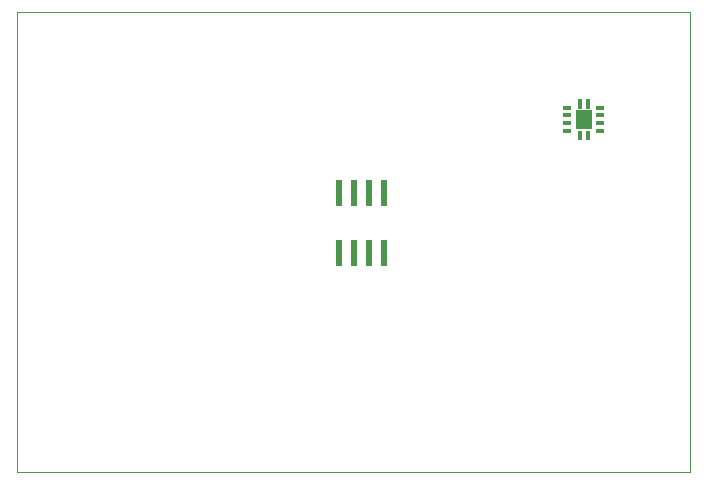
<source format=gbr>
%TF.GenerationSoftware,KiCad,Pcbnew,8.0.1*%
%TF.CreationDate,2024-04-28T17:40:03+05:30*%
%TF.ProjectId,ecg,6563672e-6b69-4636-9164-5f7063625858,rev?*%
%TF.SameCoordinates,Original*%
%TF.FileFunction,Paste,Bot*%
%TF.FilePolarity,Positive*%
%FSLAX46Y46*%
G04 Gerber Fmt 4.6, Leading zero omitted, Abs format (unit mm)*
G04 Created by KiCad (PCBNEW 8.0.1) date 2024-04-28 17:40:03*
%MOMM*%
%LPD*%
G01*
G04 APERTURE LIST*
G04 Aperture macros list*
%AMRoundRect*
0 Rectangle with rounded corners*
0 $1 Rounding radius*
0 $2 $3 $4 $5 $6 $7 $8 $9 X,Y pos of 4 corners*
0 Add a 4 corners polygon primitive as box body*
4,1,4,$2,$3,$4,$5,$6,$7,$8,$9,$2,$3,0*
0 Add four circle primitives for the rounded corners*
1,1,$1+$1,$2,$3*
1,1,$1+$1,$4,$5*
1,1,$1+$1,$6,$7*
1,1,$1+$1,$8,$9*
0 Add four rect primitives between the rounded corners*
20,1,$1+$1,$2,$3,$4,$5,0*
20,1,$1+$1,$4,$5,$6,$7,0*
20,1,$1+$1,$6,$7,$8,$9,0*
20,1,$1+$1,$8,$9,$2,$3,0*%
G04 Aperture macros list end*
%ADD10C,0.010000*%
%ADD11RoundRect,0.012400X-0.287600X-0.142600X0.287600X-0.142600X0.287600X0.142600X-0.287600X0.142600X0*%
%ADD12R,0.558000X2.269998*%
%TA.AperFunction,Profile*%
%ADD13C,0.050000*%
%TD*%
G04 APERTURE END LIST*
D10*
%TO.C,U4*%
X182620000Y-88874999D02*
X181280000Y-88874999D01*
X181280000Y-87324999D01*
X182620000Y-87324999D01*
X182620000Y-88874999D01*
G36*
X182620000Y-88874999D02*
G01*
X181280000Y-88874999D01*
X181280000Y-87324999D01*
X182620000Y-87324999D01*
X182620000Y-88874999D01*
G37*
X181740000Y-89799999D02*
X181510000Y-89799999D01*
X181510000Y-89074999D01*
X181740000Y-89074999D01*
X181740000Y-89799999D01*
G36*
X181740000Y-89799999D02*
G01*
X181510000Y-89799999D01*
X181510000Y-89074999D01*
X181740000Y-89074999D01*
X181740000Y-89799999D01*
G37*
X181740000Y-87124999D02*
X181510000Y-87124999D01*
X181510000Y-86399999D01*
X181740000Y-86399999D01*
X181740000Y-87124999D01*
G36*
X181740000Y-87124999D02*
G01*
X181510000Y-87124999D01*
X181510000Y-86399999D01*
X181740000Y-86399999D01*
X181740000Y-87124999D01*
G37*
X182390000Y-89799999D02*
X182160000Y-89799999D01*
X182160000Y-89074999D01*
X182390000Y-89074999D01*
X182390000Y-89799999D01*
G36*
X182390000Y-89799999D02*
G01*
X182160000Y-89799999D01*
X182160000Y-89074999D01*
X182390000Y-89074999D01*
X182390000Y-89799999D01*
G37*
X182390000Y-87124999D02*
X182160000Y-87124999D01*
X182160000Y-86399999D01*
X182390000Y-86399999D01*
X182390000Y-87124999D01*
G36*
X182390000Y-87124999D02*
G01*
X182160000Y-87124999D01*
X182160000Y-86399999D01*
X182390000Y-86399999D01*
X182390000Y-87124999D01*
G37*
%TD*%
D11*
%TO.C,U4*%
X180550000Y-89074999D03*
X180550000Y-88424999D03*
X180550000Y-87774999D03*
X180550000Y-87124999D03*
X183350000Y-87124999D03*
X183350000Y-87774999D03*
X183350000Y-88424999D03*
X183350000Y-89074999D03*
%TD*%
D12*
%TO.C,U2*%
X165070000Y-99405300D03*
X163800000Y-99405300D03*
X162530000Y-99405300D03*
X161260000Y-99405300D03*
X161260000Y-94377700D03*
X162530000Y-94377700D03*
X163800000Y-94377700D03*
X165070000Y-94377700D03*
%TD*%
D13*
X134000000Y-79000000D02*
X191000000Y-79000000D01*
X191000000Y-118000000D02*
X191000000Y-79000000D01*
X134000000Y-118000000D02*
X191000000Y-118000000D01*
X134000000Y-79000000D02*
X134000000Y-118000000D01*
M02*

</source>
